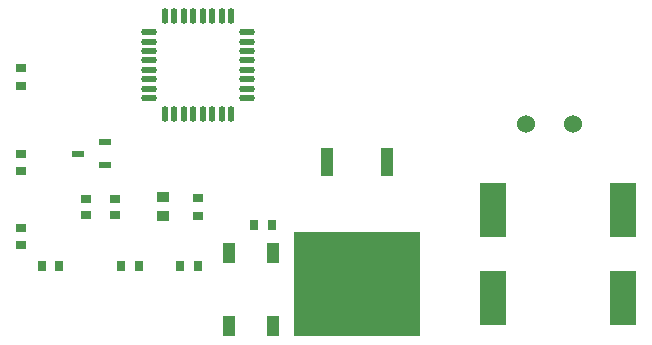
<source format=gtp>
G04 Layer_Color=8421504*
%FSLAX24Y24*%
%MOIN*%
G70*
G01*
G75*
%ADD10R,0.0354X0.0276*%
%ADD11R,0.0906X0.1791*%
%ADD12R,0.0394X0.0236*%
%ADD13R,0.0413X0.0945*%
%ADD14R,0.4193X0.3504*%
%ADD15R,0.0276X0.0354*%
%ADD16R,0.0394X0.0374*%
%ADD17C,0.0600*%
%ADD18O,0.0217X0.0532*%
%ADD19O,0.0532X0.0217*%
%ADD20R,0.0354X0.0315*%
%ADD21R,0.0433X0.0709*%
D10*
X1772Y4724D02*
D03*
Y4134D02*
D03*
Y7185D02*
D03*
Y6594D02*
D03*
Y9449D02*
D03*
Y10039D02*
D03*
X7677Y5709D02*
D03*
Y5118D02*
D03*
D11*
X17520Y2362D02*
D03*
Y5315D02*
D03*
X21850Y2362D02*
D03*
Y5315D02*
D03*
D12*
X3681Y7185D02*
D03*
X4587Y7559D02*
D03*
Y6811D02*
D03*
D13*
X13992Y6909D02*
D03*
X11992D02*
D03*
D14*
X12992Y2835D02*
D03*
D15*
X7087Y3445D02*
D03*
X7677D02*
D03*
X5709D02*
D03*
X5118D02*
D03*
X3051D02*
D03*
X2461D02*
D03*
X9547Y4823D02*
D03*
X10138D02*
D03*
D16*
X6496Y5728D02*
D03*
Y5098D02*
D03*
D17*
X20177Y8169D02*
D03*
X18602D02*
D03*
D18*
X8780Y11772D02*
D03*
X8465D02*
D03*
X8150D02*
D03*
X7835D02*
D03*
X7520D02*
D03*
X7205D02*
D03*
X6890D02*
D03*
X6575D02*
D03*
Y8504D02*
D03*
X6890D02*
D03*
X7205D02*
D03*
X7520D02*
D03*
X7835D02*
D03*
X8150D02*
D03*
X8465D02*
D03*
X8780D02*
D03*
D19*
X6043Y11240D02*
D03*
Y10925D02*
D03*
Y10610D02*
D03*
Y10295D02*
D03*
Y9980D02*
D03*
Y9665D02*
D03*
Y9350D02*
D03*
Y9035D02*
D03*
X9311D02*
D03*
Y9350D02*
D03*
Y9665D02*
D03*
Y9980D02*
D03*
Y10295D02*
D03*
Y10610D02*
D03*
Y10925D02*
D03*
Y11240D02*
D03*
D20*
X3937Y5138D02*
D03*
Y5689D02*
D03*
X4921Y5138D02*
D03*
Y5689D02*
D03*
D21*
X10177Y3878D02*
D03*
X8720D02*
D03*
X10177Y1437D02*
D03*
X8720D02*
D03*
M02*

</source>
